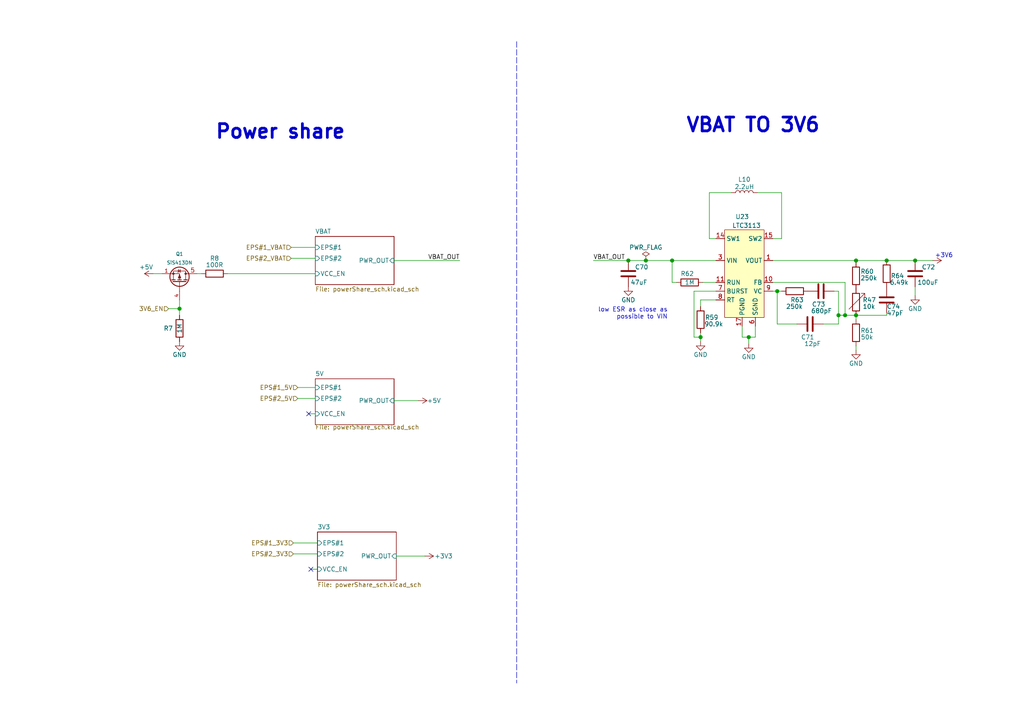
<source format=kicad_sch>
(kicad_sch (version 20210621) (generator eeschema)
  (paper "A4")
  (lib_symbols
    (symbol "Device:C" (pin_numbers hide) (pin_names (offset 0.254))
      (property "Reference" "C" (at 0.635 2.54 0))
      (property "Value" "C" (at 0.635 -2.54 0))
      (symbol "C_0_1"
        (polyline (pts (xy -2.032 -0.762) (xy 2.032 -0.762)) (stroke (width 0.508)))
        (polyline (pts (xy -2.032 0.762) (xy 2.032 0.762)) (stroke (width 0.508)))
      )
      (symbol "C_1_1"
        (pin passive line (at 0 3.81 270) (length 2.794) (name "~") (number "1"))
        (pin passive line (at 0 -3.81 90) (length 2.794) (name "~") (number "2"))
      )
    )
    (symbol "Device:L" (pin_numbers hide) (pin_names (offset 1.016) hide)
      (property "Reference" "L" (at -1.27 0 90))
      (property "Value" "L" (at 1.905 0 90))
      (symbol "L_0_1"
        (arc (start 0 -2.54) (end 0 -1.27) (radius (at 0 -1.905) (length 0.635) (angles -89.9 89.9)))
        (arc (start 0 -1.27) (end 0 0) (radius (at 0 -0.635) (length 0.635) (angles -89.9 89.9)))
        (arc (start 0 0) (end 0 1.27) (radius (at 0 0.635) (length 0.635) (angles -89.9 89.9)))
        (arc (start 0 1.27) (end 0 2.54) (radius (at 0 1.905) (length 0.635) (angles -89.9 89.9)))
      )
      (symbol "L_1_1"
        (pin passive line (at 0 3.81 270) (length 1.27) (name "1") (number "1"))
        (pin passive line (at 0 -3.81 90) (length 1.27) (name "2") (number "2"))
      )
    )
    (symbol "Device:R" (pin_numbers hide) (pin_names (offset 0))
      (property "Reference" "R" (at 2.032 0 90))
      (property "Value" "R" (at 0 0 90))
      (symbol "R_0_1"
        (rectangle (start -1.016 -2.54) (end 1.016 2.54) (stroke (width 0.254)))
      )
      (symbol "R_1_1"
        (pin passive line (at 0 3.81 270) (length 1.27) (name "~") (number "1"))
        (pin passive line (at 0 -3.81 90) (length 1.27) (name "~") (number "2"))
      )
    )
    (symbol "Device:R_Variable" (pin_numbers hide) (pin_names (offset 0))
      (property "Reference" "R" (at 2.54 -2.54 90))
      (property "Value" "R_Variable" (at -2.54 -1.27 90))
      (symbol "R_Variable_0_1"
        (rectangle (start -1.016 -2.54) (end 1.016 2.54) (stroke (width 0.254)))
        (polyline (pts (xy 2.54 1.524) (xy 2.54 2.54) (xy 1.524 2.54) (xy 2.54 2.54) (xy -2.032 -2.032)))
      )
      (symbol "R_Variable_1_1"
        (pin passive line (at 0 3.81 270) (length 1.27) (name "~") (number "1"))
        (pin passive line (at 0 -3.81 90) (length 1.27) (name "~") (number "2"))
      )
    )
    (symbol "TCY_transistors:SiS413DN" (pin_names hide)
      (property "Reference" "Q" (at 8.89 2.54 0))
      (property "Value" "SiS413DN" (at 8.89 0 0))
      (symbol "SiS413DN_0_1"
        (circle (center -0.889 0) (radius 2.794) (stroke (width 0.254)))
        (circle (center 0 -1.778) (radius 0.254) (fill (type outline)))
        (circle (center 0 1.778) (radius 0.254) (fill (type outline)))
        (polyline (pts (xy -2.286 0) (xy -5.08 0)))
        (polyline (pts (xy -2.286 1.905) (xy -2.286 -1.905)) (stroke (width 0.254)))
        (polyline (pts (xy -1.778 -1.27) (xy -1.778 -2.286)) (stroke (width 0.254)))
        (polyline (pts (xy -1.778 0.508) (xy -1.778 -0.508)) (stroke (width 0.254)))
        (polyline (pts (xy -1.778 2.286) (xy -1.778 1.27)) (stroke (width 0.254)))
        (polyline (pts (xy 0 2.54) (xy 0 1.778)))
        (polyline (pts (xy 0 -2.54) (xy 0 0) (xy -1.778 0)))
        (polyline (pts (xy -1.778 1.778) (xy 0.762 1.778) (xy 0.762 -1.778) (xy -1.778 -1.778)))
        (polyline (pts (xy 0.254 -0.508) (xy 0.381 -0.381) (xy 1.143 -0.381) (xy 1.27 -0.254)))
        (polyline (pts (xy 0.762 -0.381) (xy 0.381 0.254) (xy 1.143 0.254) (xy 0.762 -0.381)))
        (polyline (pts (xy -0.254 0) (xy -1.27 0.381) (xy -1.27 -0.381) (xy -0.254 0)) (fill (type outline)))
      )
      (symbol "SiS413DN_1_1"
        (pin passive line (at 0 -5.08 90) (length 2.54) (name "S") (number "1"))
        (pin passive line (at 0 -5.08 90) (length 2.54) hide (name "S") (number "2"))
        (pin passive line (at 0 -5.08 90) (length 2.54) hide (name "S") (number "3"))
        (pin passive line (at -7.62 0 0) (length 2.54) (name "G") (number "4"))
        (pin passive line (at 0 5.08 270) (length 2.54) (name "D") (number "5"))
      )
    )
    (symbol "comm:LTC3113"
      (property "Reference" "U23" (at 0 12.7 0))
      (property "Value" "LTC3113" (at 1.27 10.16 0))
      (symbol "LTC3113_0_1"
        (rectangle (start -5.08 8.89) (end 6.35 -16.51) (stroke (width 0.1524)) (fill (type background)))
      )
      (symbol "LTC3113_1_1"
        (pin power_out line (at 8.89 0 180) (length 2.54) (name "VOUT") (number "1"))
        (pin input line (at 8.89 -6.35 180) (length 2.54) (name "FB") (number "10"))
        (pin input line (at -7.62 -6.35 0) (length 2.54) (name "RUN") (number "11"))
        (pin input line (at -7.62 6.35 0) (length 2.54) hide (name "SW1") (number "12"))
        (pin input line (at -7.62 6.35 0) (length 2.54) hide (name "SW1") (number "13"))
        (pin input line (at -7.62 6.35 0) (length 2.54) (name "SW1") (number "14"))
        (pin input line (at 8.89 6.35 180) (length 2.54) (name "SW2") (number "15"))
        (pin input line (at 8.89 6.35 180) (length 2.54) hide (name "SW2") (number "16"))
        (pin power_out line (at 0 -19.05 90) (length 2.54) (name "PGND") (number "17"))
        (pin power_out line (at 8.89 0 180) (length 2.54) hide (name "VOUT") (number "2"))
        (pin power_in line (at -7.62 0 0) (length 2.54) (name "VIN") (number "3"))
        (pin power_in line (at -7.62 0 0) (length 2.54) hide (name "VIN") (number "4"))
        (pin power_in line (at -7.62 0 0) (length 2.54) hide (name "VIN") (number "5"))
        (pin power_out line (at 3.81 -19.05 90) (length 2.54) (name "SGND") (number "6"))
        (pin input line (at -7.62 -8.89 0) (length 2.54) (name "BURST") (number "7"))
        (pin input line (at -7.62 -11.43 0) (length 2.54) (name "RT") (number "8"))
        (pin input line (at 8.89 -8.89 180) (length 2.54) (name "VC") (number "9"))
      )
    )
    (symbol "power:+3V3" (power) (pin_names (offset 0))
      (property "Value" "+3V3" (at 0 3.556 0))
      (symbol "+3V3_0_1"
        (polyline (pts (xy -0.762 1.27) (xy 0 2.54)))
        (polyline (pts (xy 0 0) (xy 0 2.54)))
        (polyline (pts (xy 0 2.54) (xy 0.762 1.27)))
      )
      (symbol "+3V3_1_1"
        (pin power_in line (at 0 0 90) (length 0) hide (name "+3V3") (number "1"))
      )
    )
    (symbol "power:+3V8" (power) (pin_names (offset 0))
      (property "Value" "+3V8" (at 0 3.556 0))
      (symbol "+3V8_0_1"
        (polyline (pts (xy -0.762 1.27) (xy 0 2.54)))
        (polyline (pts (xy 0 0) (xy 0 2.54)))
        (polyline (pts (xy 0 2.54) (xy 0.762 1.27)))
      )
      (symbol "+3V8_1_1"
        (pin power_in line (at 0 0 90) (length 0) hide (name "+3V8") (number "1"))
      )
    )
    (symbol "power:+5V" (power) (pin_names (offset 0))
      (property "Value" "+5V" (at 0 3.556 0))
      (symbol "+5V_0_1"
        (polyline (pts (xy -0.762 1.27) (xy 0 2.54)))
        (polyline (pts (xy 0 0) (xy 0 2.54)))
        (polyline (pts (xy 0 2.54) (xy 0.762 1.27)))
      )
      (symbol "+5V_1_1"
        (pin power_in line (at 0 0 90) (length 0) hide (name "+5V") (number "1"))
      )
    )
    (symbol "power:GND" (power) (pin_names (offset 0))
      (property "Value" "GND" (at 0 -3.81 0))
      (symbol "GND_0_1"
        (polyline (pts (xy 0 0) (xy 0 -1.27) (xy 1.27 -1.27) (xy 0 -2.54) (xy -1.27 -1.27) (xy 0 -1.27)))
      )
      (symbol "GND_1_1"
        (pin power_in line (at 0 0 270) (length 0) hide (name "GND") (number "1"))
      )
    )
    (symbol "power:PWR_FLAG" (power) (pin_numbers hide) (pin_names (offset 0) hide)
      (property "Value" "PWR_FLAG" (at 0 3.81 0))
      (symbol "PWR_FLAG_0_0"
        (pin power_out line (at 0 0 90) (length 0) (name "pwr") (number "1"))
      )
      (symbol "PWR_FLAG_0_1"
        (polyline (pts (xy 0 0) (xy 0 1.27) (xy -1.016 1.905) (xy 0 2.54) (xy 1.016 1.905) (xy 0 1.27)))
      )
    )
  )
  (junction (at 52.07 89.535) (diameter 1.016))
  (junction (at 182.245 75.565) (diameter 1.016))
  (junction (at 187.325 75.565) (diameter 1.016))
  (junction (at 194.945 75.565) (diameter 1.016))
  (junction (at 203.2 97.79) (diameter 1.016))
  (junction (at 217.17 97.79) (diameter 1.016))
  (junction (at 225.425 84.455) (diameter 1.016))
  (junction (at 243.205 91.44) (diameter 1.016))
  (junction (at 245.11 91.44) (diameter 1.016))
  (junction (at 248.285 75.565) (diameter 1.016))
  (junction (at 248.285 91.44) (diameter 1.016))
  (junction (at 257.175 75.565) (diameter 1.016))
  (junction (at 265.43 75.565) (diameter 1.016))
  (no_connect (at 89.535 120.015))
  (no_connect (at 90.17 165.1))
  (wire (pts (xy 46.99 79.375) (xy 44.45 79.375)))
  (wire (pts (xy 52.07 86.995) (xy 52.07 89.535)))
  (wire (pts (xy 52.07 89.535) (xy 48.895 89.535)))
  (wire (pts (xy 52.07 89.535) (xy 52.07 91.44)))
  (wire (pts (xy 58.42 79.375) (xy 57.15 79.375)))
  (wire (pts (xy 66.04 79.375) (xy 91.44 79.375)))
  (wire (pts (xy 84.455 74.93) (xy 91.44 74.93)))
  (wire (pts (xy 85.09 160.655) (xy 92.075 160.655)))
  (wire (pts (xy 86.36 115.57) (xy 91.44 115.57)))
  (wire (pts (xy 89.535 120.015) (xy 91.44 120.015)))
  (wire (pts (xy 90.17 165.1) (xy 92.075 165.1)))
  (wire (pts (xy 91.44 71.755) (xy 84.455 71.755)))
  (wire (pts (xy 91.44 112.395) (xy 86.36 112.395)))
  (wire (pts (xy 92.075 157.48) (xy 85.09 157.48)))
  (wire (pts (xy 114.3 75.565) (xy 133.35 75.565)))
  (wire (pts (xy 114.3 116.205) (xy 121.285 116.205)))
  (wire (pts (xy 114.935 161.29) (xy 123.19 161.29)))
  (wire (pts (xy 172.085 75.565) (xy 182.245 75.565)))
  (wire (pts (xy 182.245 75.565) (xy 187.325 75.565)))
  (wire (pts (xy 187.325 75.565) (xy 194.945 75.565)))
  (wire (pts (xy 194.945 75.565) (xy 194.945 81.915)))
  (wire (pts (xy 194.945 75.565) (xy 207.645 75.565)))
  (wire (pts (xy 196.215 81.915) (xy 194.945 81.915)))
  (wire (pts (xy 201.295 84.455) (xy 201.295 97.79)))
  (wire (pts (xy 201.295 97.79) (xy 203.2 97.79)))
  (wire (pts (xy 203.2 86.995) (xy 207.645 86.995)))
  (wire (pts (xy 203.2 88.9) (xy 203.2 86.995)))
  (wire (pts (xy 203.2 96.52) (xy 203.2 97.79)))
  (wire (pts (xy 203.2 97.79) (xy 203.2 99.06)))
  (wire (pts (xy 203.835 81.915) (xy 207.645 81.915)))
  (wire (pts (xy 205.74 55.88) (xy 205.74 69.215)))
  (wire (pts (xy 205.74 55.88) (xy 212.09 55.88)))
  (wire (pts (xy 207.645 69.215) (xy 205.74 69.215)))
  (wire (pts (xy 207.645 84.455) (xy 201.295 84.455)))
  (wire (pts (xy 215.265 94.615) (xy 215.265 97.79)))
  (wire (pts (xy 215.265 97.79) (xy 217.17 97.79)))
  (wire (pts (xy 217.17 97.79) (xy 217.17 99.695)))
  (wire (pts (xy 217.17 97.79) (xy 219.075 97.79)))
  (wire (pts (xy 219.075 94.615) (xy 219.075 97.79)))
  (wire (pts (xy 224.155 69.215) (xy 226.695 69.215)))
  (wire (pts (xy 224.155 75.565) (xy 248.285 75.565)))
  (wire (pts (xy 224.155 81.915) (xy 245.11 81.915)))
  (wire (pts (xy 224.155 84.455) (xy 225.425 84.455)))
  (wire (pts (xy 225.425 84.455) (xy 225.425 93.98)))
  (wire (pts (xy 225.425 84.455) (xy 226.695 84.455)))
  (wire (pts (xy 226.695 55.88) (xy 219.71 55.88)))
  (wire (pts (xy 226.695 55.88) (xy 226.695 69.215)))
  (wire (pts (xy 231.14 93.98) (xy 225.425 93.98)))
  (wire (pts (xy 238.76 93.98) (xy 243.205 93.98)))
  (wire (pts (xy 241.935 84.455) (xy 243.205 84.455)))
  (wire (pts (xy 243.205 84.455) (xy 243.205 91.44)))
  (wire (pts (xy 243.205 91.44) (xy 243.205 93.98)))
  (wire (pts (xy 243.205 91.44) (xy 245.11 91.44)))
  (wire (pts (xy 245.11 81.915) (xy 245.11 91.44)))
  (wire (pts (xy 245.11 91.44) (xy 248.285 91.44)))
  (wire (pts (xy 248.285 75.565) (xy 248.285 76.2)))
  (wire (pts (xy 248.285 75.565) (xy 257.175 75.565)))
  (wire (pts (xy 248.285 91.44) (xy 248.285 92.71)))
  (wire (pts (xy 248.285 91.44) (xy 257.175 91.44)))
  (wire (pts (xy 248.285 100.33) (xy 248.285 101.6)))
  (wire (pts (xy 257.175 75.565) (xy 265.43 75.565)))
  (wire (pts (xy 257.175 91.44) (xy 257.175 90.805)))
  (wire (pts (xy 265.43 75.565) (xy 270.51 75.565)))
  (wire (pts (xy 265.43 83.185) (xy 265.43 85.725)))
  (polyline (pts (xy 149.86 12.065) (xy 149.86 198.12)) (stroke (width 0) (type dash)))
  (text "Power share\n" (at 62.23 40.64 0) (effects (font (size 4 4) (thickness 0.8) bold) (justify left bottom)))
  (text "low ESR as close as\npossible to VIN\n" (at 193.675 92.71 180) (effects (font (size 1.27 1.27)) (justify right bottom)))
  (text "VBAT TO 3V6" (at 198.755 38.735 0) (effects (font (size 4 4) (thickness 0.8) bold) (justify left bottom)))
  (text "+3V6" (at 271.145 74.93 0) (effects (font (size 1.27 1.27)) (justify left bottom)))
  (label "VBAT_OUT" (at 133.35 75.565 180))
  (label "VBAT_OUT" (at 172.085 75.565 0))
  (hierarchical_label "3V6_EN" (shape input) (at 48.895 89.535 180))
  (hierarchical_label "EPS#1_VBAT" (shape input) (at 84.455 71.755 180))
  (hierarchical_label "EPS#2_VBAT" (shape input) (at 84.455 74.93 180))
  (hierarchical_label "EPS#1_3V3" (shape input) (at 85.09 157.48 180))
  (hierarchical_label "EPS#2_3V3" (shape input) (at 85.09 160.655 180))
  (hierarchical_label "EPS#1_5V" (shape input) (at 86.36 112.395 180))
  (hierarchical_label "EPS#2_5V" (shape input) (at 86.36 115.57 180))
  (symbol (lib_id "power:+5V") (at 44.45 79.375 90) (mirror x) (unit 1)
    (property "Reference" "#PWR06" (effects hide))
    (property "Value" "+5V" (at 44.45 77.4699 90) (effects (justify left)))
  )
  (symbol (lib_id "power:+5V") (at 121.285 116.205 270) (unit 1)
    (property "Reference" "#PWR015" (effects hide))
    (property "Value" "+5V" (at 123.825 116.2049 90) (effects (justify left)))
  )
  (symbol (lib_id "power:+3V3") (at 123.19 161.29 270) (unit 1)
    (property "Reference" "#PWR0164" (effects hide))
    (property "Value" "+3V3" (at 128.651 161.29 90))
  )
  (symbol (lib_id "power:+3V8") (at 270.51 75.565 270) (unit 1)
    (property "Reference" "#PWR0145" (effects hide))
    (property "Value" "+3V8" (effects hide))
  )
  (symbol (lib_id "power:PWR_FLAG") (at 187.325 75.565 0) (unit 1)
    (property "Reference" "#FLG0104" (effects hide))
    (property "Value" "PWR_FLAG" (at 187.325 71.755 0))
  )
  (symbol (lib_id "power:GND") (at 52.07 99.06 0) (unit 1)
    (property "Reference" "#PWR07" (effects hide))
    (property "Value" "GND" (at 52.07 102.87 0))
  )
  (symbol (lib_id "power:GND") (at 182.245 83.185 0) (unit 1)
    (property "Reference" "#PWR016" (effects hide))
    (property "Value" "GND" (at 182.245 86.995 0))
  )
  (symbol (lib_id "power:GND") (at 203.2 99.06 0) (unit 1)
    (property "Reference" "#PWR017" (effects hide))
    (property "Value" "GND" (at 203.2 102.87 0))
  )
  (symbol (lib_id "power:GND") (at 217.17 99.695 0) (unit 1)
    (property "Reference" "#PWR018" (effects hide))
    (property "Value" "GND" (at 217.17 103.505 0))
  )
  (symbol (lib_id "power:GND") (at 248.285 101.6 0) (unit 1)
    (property "Reference" "#PWR019" (effects hide))
    (property "Value" "GND" (at 248.285 105.41 0))
  )
  (symbol (lib_id "power:GND") (at 265.43 85.725 0) (unit 1)
    (property "Reference" "#PWR020" (effects hide))
    (property "Value" "GND" (at 265.43 89.535 0))
  )
  (symbol (lib_id "Device:L") (at 215.9 55.88 90) (unit 1)
    (property "Reference" "L10" (at 215.9 52.0404 90))
    (property "Value" "2.2uH" (at 215.9 54.1805 90))
    (property "Footprint" "Inductor_SMD:L_0603_1608Metric" (effects hide))
  )
  (symbol (lib_id "Device:R") (at 52.07 95.25 0) (mirror y) (unit 1)
    (property "Reference" "R7" (at 50.165 95.2499 0) (effects (justify left)))
    (property "Value" "1M" (at 52.07 95.25 90))
    (property "Footprint" "Inductor_SMD:L_0603_1608Metric" (effects hide))
  )
  (symbol (lib_id "Device:R") (at 62.23 79.375 270) (mirror x) (unit 1)
    (property "Reference" "R8" (at 62.23 74.93 90))
    (property "Value" "100R" (at 62.23 76.835 90))
    (property "Footprint" "Inductor_SMD:L_0603_1608Metric" (effects hide))
  )
  (symbol (lib_id "Device:R") (at 200.025 81.915 90) (unit 1)
    (property "Reference" "R62" (at 201.2949 79.375 90) (effects (justify left)))
    (property "Value" "1M" (at 200.025 81.915 90))
    (property "Footprint" "Inductor_SMD:L_0603_1608Metric" (effects hide))
  )
  (symbol (lib_id "Device:R") (at 203.2 92.71 0) (unit 1)
    (property "Reference" "R59" (at 204.47 92.0749 0) (effects (justify left)))
    (property "Value" "90.9k" (at 207.01 93.98 0))
    (property "Footprint" "Inductor_SMD:L_0603_1608Metric" (effects hide))
  )
  (symbol (lib_id "Device:R") (at 230.505 84.455 270) (unit 1)
    (property "Reference" "R63" (at 229.235 86.9951 90) (effects (justify left)))
    (property "Value" "250k" (at 227.965 88.9001 90) (effects (justify left)))
    (property "Footprint" "Inductor_SMD:L_0603_1608Metric" (effects hide))
  )
  (symbol (lib_id "Device:R") (at 248.285 80.01 0) (unit 1)
    (property "Reference" "R60" (at 249.555 78.7399 0) (effects (justify left)))
    (property "Value" "250k" (at 249.555 80.6449 0) (effects (justify left)))
    (property "Footprint" "Inductor_SMD:L_0603_1608Metric" (effects hide))
  )
  (symbol (lib_id "Device:R") (at 248.285 96.52 0) (unit 1)
    (property "Reference" "R61" (at 249.555 95.8849 0) (effects (justify left)))
    (property "Value" "50k" (at 251.46 97.79 0))
    (property "Footprint" "Inductor_SMD:L_0603_1608Metric" (effects hide))
  )
  (symbol (lib_id "Device:R") (at 257.175 79.375 180) (unit 1)
    (property "Reference" "R64" (at 262.2549 80.01 0) (effects (justify left)))
    (property "Value" "6.49k" (at 263.5249 81.915 0) (effects (justify left)))
    (property "Footprint" "Inductor_SMD:L_0603_1608Metric" (effects hide))
  )
  (symbol (lib_id "Device:C") (at 182.245 79.375 0) (unit 1)
    (property "Reference" "C70" (at 184.15 77.4699 0) (effects (justify left)))
    (property "Value" "47uF" (at 182.88 81.915 0) (effects (justify left)))
    (property "Footprint" "Capacitor_SMD:C_0603_1608Metric" (effects hide))
  )
  (symbol (lib_id "Device:C") (at 234.95 93.98 90) (unit 1)
    (property "Reference" "C71" (at 236.2199 97.79 90) (effects (justify left)))
    (property "Value" "12pF" (at 238.125 99.695 90) (effects (justify left)))
    (property "Footprint" "Capacitor_SMD:C_0603_1608Metric" (effects hide))
  )
  (symbol (lib_id "Device:C") (at 238.125 84.455 90) (unit 1)
    (property "Reference" "C73" (at 239.3949 88.265 90) (effects (justify left)))
    (property "Value" "680pF" (at 241.3 90.17 90) (effects (justify left)))
    (property "Footprint" "Capacitor_SMD:C_0603_1608Metric" (effects hide))
  )
  (symbol (lib_id "Device:R_Variable") (at 248.285 87.63 0) (unit 1)
    (property "Reference" "R47" (at 250.19 86.9949 0) (effects (justify left)))
    (property "Value" "10k" (at 250.19 88.9 0) (effects (justify left)))
  )
  (symbol (lib_id "Device:C") (at 257.175 86.995 0) (unit 1)
    (property "Reference" "C74" (at 257.175 88.8999 0) (effects (justify left)))
    (property "Value" "47pF" (at 257.175 90.805 0) (effects (justify left)))
    (property "Footprint" "Capacitor_SMD:C_0603_1608Metric" (effects hide))
  )
  (symbol (lib_id "Device:C") (at 265.43 79.375 0) (unit 1)
    (property "Reference" "C72" (at 267.335 77.4699 0) (effects (justify left)))
    (property "Value" "100uF" (at 266.065 81.915 0) (effects (justify left)))
    (property "Footprint" "Capacitor_SMD:C_0603_1608Metric" (effects hide))
  )
  (symbol (lib_id "TCY_transistors:SiS413DN") (at 52.07 79.375 270) (mirror x) (unit 1)
    (property "Reference" "Q1" (at 52.07 73.66 90) (effects (font (size 1 1))))
    (property "Value" "SiS413DN" (at 52.07 76.2 90) (effects (font (size 1 1))))
    (property "Footprint" "Package_SO:Vishay_PowerPAK_1212-8_Single" (effects hide))
    (property "Datasheet" "https://www.vishay.com/docs/63262/sis413dn.pdf" (effects hide))
  )
  (symbol (lib_id "comm:LTC3113") (at 215.265 75.565 0) (unit 1)
    (property "Reference" "U23" (at 215.265 62.865 0))
    (property "Value" "LTC3113" (at 216.535 65.405 0))
    (property "Footprint" "Package_DFN_QFN:DFN-16-1EP_4x5mm_P0.5mm_EP2.44x4.34mm" (effects hide))
  )
  (sheet (at 92.075 154.305) (size 22.86 13.97) (stroke (width 0.1524))
    (property "Název listu" "3V3" (at 92.075 153.5934 0) (effects (justify left bottom)))
    (property "Soubor listu" "powerShare_sch.kicad_sch" (at 92.075 168.8596 0) (effects (justify left top)))
    (pin "PWR_OUT" input (at 114.935 161.29 0))
    (pin "EPS#1" input (at 92.075 157.48 180))
    (pin "EPS#2" input (at 92.075 160.655 180))
    (pin "VCC_EN" input (at 92.075 165.1 180))
  )
  (sheet (at 91.44 109.855) (size 22.86 13.335) (stroke (width 0.1524))
    (property "Název listu" "5V" (at 91.44 109.1434 0) (effects (justify left bottom)))
    (property "Soubor listu" "powerShare_sch.kicad_sch" (at 91.44 123.1396 0) (effects (justify left top)))
    (pin "PWR_OUT" input (at 114.3 116.205 0))
    (pin "EPS#1" input (at 91.44 112.395 180))
    (pin "EPS#2" input (at 91.44 115.57 180))
    (pin "VCC_EN" input (at 91.44 120.015 180))
  )
  (sheet (at 91.44 68.58) (size 22.86 13.97) (stroke (width 0.1524))
    (property "Název listu" "VBAT" (at 91.44 67.8684 0) (effects (justify left bottom)))
    (property "Soubor listu" "powerShare_sch.kicad_sch" (at 91.44 83.1346 0) (effects (justify left top)))
    (pin "PWR_OUT" input (at 114.3 75.565 0))
    (pin "EPS#1" input (at 91.44 71.755 180))
    (pin "EPS#2" input (at 91.44 74.93 180))
    (pin "VCC_EN" input (at 91.44 79.375 180))
  )
)
</source>
